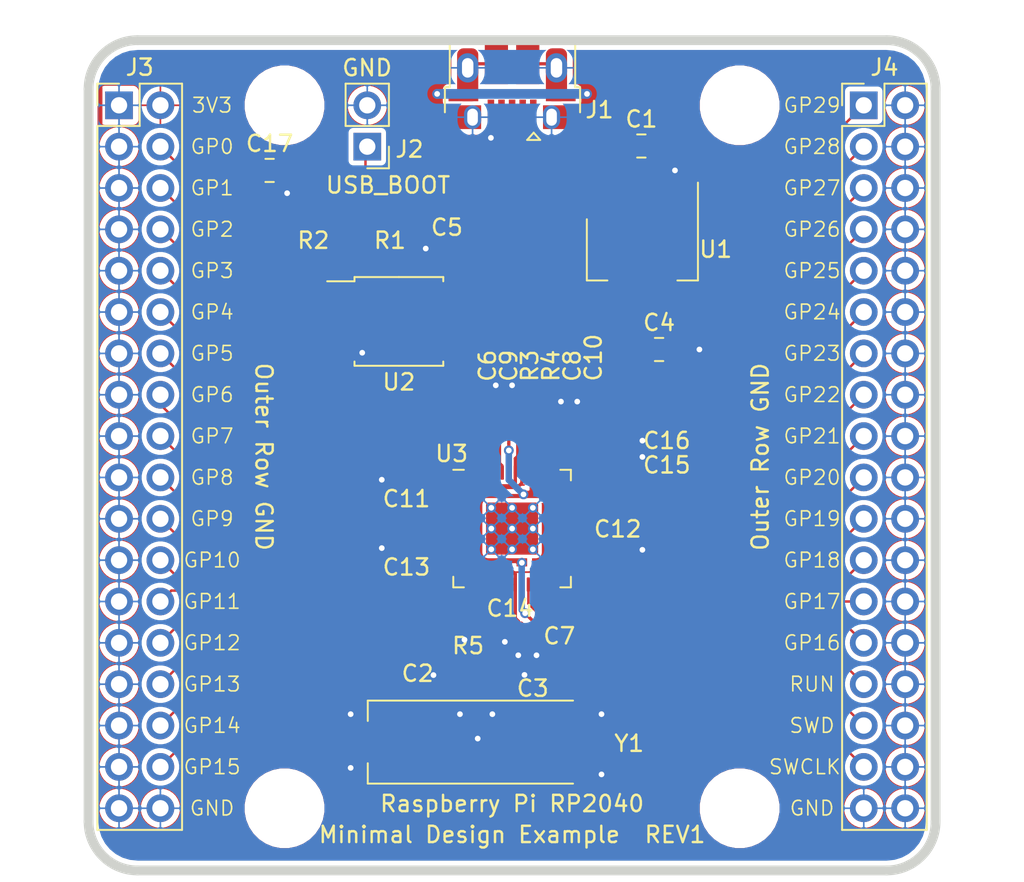
<source format=kicad_pcb>
(kicad_pcb (version 20221018) (generator pcbnew)
  (title_block (title "RP2040 Minimal Design Example") (date "2020-07-13") (rev "REV1") (company "Raspberry Pi (Trading) Ltd"))
  (layers (0 "F.Cu" signal) (31 "B.Cu" signal) (34 "B.Paste" user) (35 "F.Paste" user) (36 "B.SilkS" user "B.Silkscreen") (37 "F.SilkS" user "F.Silkscreen") (38 "B.Mask" user) (39 "F.Mask" user) (44 "Edge.Cuts" user))
  (net 0 "")
  (net 1 "GND")
  (net 2 "VBUS")
  (net 3 "/XIN")
  (net 4 "/XOUT")
  (net 5 "+3V3")
  (net 6 "+1V1")
  (net 7 "Net-(J1-Pad4)")
  (net 8 "/~{USB_BOOT}")
  (net 9 "/GPIO15")
  (net 10 "/GPIO14")
  (net 11 "/GPIO13")
  (net 12 "/GPIO12")
  (net 13 "/GPIO11")
  (net 14 "/GPIO10")
  (net 15 "/GPIO9")
  (net 16 "/GPIO8")
  (net 17 "/GPIO7")
  (net 18 "/GPIO6")
  (net 19 "/GPIO5")
  (net 20 "/GPIO4")
  (net 21 "/GPIO3")
  (net 22 "/GPIO2")
  (net 23 "/GPIO1")
  (net 24 "/GPIO0")
  (net 25 "/GPIO29_ADC3")
  (net 26 "/GPIO28_ADC2")
  (net 27 "/GPIO27_ADC1")
  (net 28 "/GPIO26_ADC0")
  (net 29 "/GPIO25")
  (net 30 "/GPIO24")
  (net 31 "/GPIO23")
  (net 32 "/GPIO22")
  (net 33 "/GPIO21")
  (net 34 "/GPIO20")
  (net 35 "/GPIO19")
  (net 36 "/GPIO18")
  (net 37 "/GPIO17")
  (net 38 "/GPIO16")
  (net 39 "/RUN")
  (net 40 "/SWD")
  (net 41 "/SWCLK")
  (net 42 "/QSPI_SS")
  (net 43 "Net-(R3-Pad2)")
  (net 44 "Net-(R4-Pad2)")
  (net 45 "/QSPI_SD3")
  (net 46 "/QSPI_SCLK")
  (net 47 "/QSPI_SD0")
  (net 48 "/QSPI_SD2")
  (net 49 "/QSPI_SD1")
  (net 50 "/USB_D+")
  (net 51 "/USB_D-")
  (net 52 "Net-(C3-Pad1)")
  (footprint "Capacitor_SMD:C_0805_2012Metric" (layer "F.Cu") (at 109.025 89)
    (fp_text reference "C4")
    (fp_text value "10u")
  )
  (footprint "RP2040_minimal:USB_Micro-B_Amphenol_10103594-0001LF_Horizontal_modified" (layer "F.Cu") (at 100 71.7 180)
    (fp_text reference "J1")
    (fp_text value "USB_B_Micro")
  )
  (footprint "Connector_PinHeader_2.54mm:PinHeader_1x02_P2.54mm_Vertical" (layer "F.Cu") (at 91.11 76.54 180)
    (fp_text reference "J2")
    (fp_text value "Conn_01x02")
  )
  (footprint "Connector_PinHeader_2.54mm:PinHeader_2x18_P2.54mm_Vertical" (layer "F.Cu") (at 75.87 74)
    (fp_text reference "J3")
    (fp_text value "Conn_02x18_Odd_Even")
  )
  (footprint "Capacitor_SMD:C_0402_1005Metric" (layer "F.Cu") (at 104 93.515 90)
    (fp_text reference "C10")
    (fp_text value "1u")
  )
  (footprint "Capacitor_SMD:C_0402_1005Metric" (layer "F.Cu") (at 103 93.515 90)
    (fp_text reference "C8")
    (fp_text value "1u")
  )
  (footprint "Capacitor_SMD:C_0402_1005Metric" (layer "F.Cu") (at 93.515 101.2 180)
    (fp_text reference "C13")
    (fp_text value "100n")
  )
  (footprint "Capacitor_SMD:C_0402_1005Metric" (layer "F.Cu") (at 96.185 82.83 180)
    (fp_text reference "C5")
    (fp_text value "100n")
  )
  (footprint "Capacitor_SMD:C_0402_1005Metric" (layer "F.Cu") (at 89.5 82.315 -90)
    (fp_text reference "R2")
    (fp_text value "DNF")
  )
  (footprint "Connector_PinHeader_2.54mm:PinHeader_2x18_P2.54mm_Vertical" (layer "F.Cu") (at 121.59 74)
    (fp_text reference "J4")
    (fp_text value "Conn_02x18_Odd_Even")
  )
  (footprint "Package_TO_SOT_SMD:SOT-223-3_TabPin2" (layer "F.Cu") (at 108 82.85 -90)
    (fp_text reference "U1")
    (fp_text value "NCP1117-3.3_SOT223")
  )
  (footprint "Package_SO:SOIC-8_5.23x5.23mm_P1.27mm" (layer "F.Cu") (at 93.05 87.275)
    (fp_text reference "U2")
    (fp_text value "W25Q128JVS")
  )
  (footprint "Capacitor_SMD:C_0402_1005Metric" (layer "F.Cu") (at 99.485 109)
    (fp_text reference "C3")
    (fp_text value "27p")
  )
  (footprint "Capacitor_SMD:C_0402_1005Metric" (layer "F.Cu") (at 91 82.315 90)
    (fp_text reference "R1")
    (fp_text value "1k")
  )
  (footprint "Capacitor_SMD:C_0402_1005Metric" (layer "F.Cu") (at 100 92.515 90)
    (fp_text reference "C9")
    (fp_text value "100n")
  )
  (footprint "Capacitor_SMD:C_0402_1005Metric" (layer "F.Cu") (at 106.485 101.2)
    (fp_text reference "C12")
    (fp_text value "100n")
  )
  (footprint "Capacitor_SMD:C_0402_1005Metric" (layer "F.Cu") (at 100.381 106.485 -90)
    (fp_text reference "C14")
    (fp_text value "100n")
  )
  (footprint "Capacitor_SMD:C_0402_1005Metric" (layer "F.Cu") (at 101 93.515 -90)
    (fp_text reference "R3")
    (fp_text value "27")
  )
  (footprint "Capacitor_SMD:C_0402_1005Metric" (layer "F.Cu") (at 101.5 106.485 -90)
    (fp_text reference "C7")
    (fp_text value "100n")
  )
  (footprint "Capacitor_SMD:C_0805_2012Metric" (layer "F.Cu") (at 107.9375 76.5)
    (fp_text reference "C1")
    (fp_text value "10u")
  )
  (footprint "Capacitor_SMD:C_0402_1005Metric" (layer "F.Cu") (at 93.515 97 180)
    (fp_text reference "C11")
    (fp_text value "100n")
  )
  (footprint "Capacitor_SMD:C_0402_1005Metric" (layer "F.Cu") (at 106.485 94.6)
    (fp_text reference "C16")
    (fp_text value "100n")
  )
  (footprint "RP2040_minimal:RP2040-QFN-56" (layer "F.Cu") (at 100 100)
    (fp_text reference "U3")
    (fp_text value "RP2040")
  )
  (footprint "Capacitor_SMD:C_0402_1005Metric" (layer "F.Cu") (at 96.515 109 180)
    (fp_text reference "C2")
    (fp_text value "27p")
  )
  (footprint "MountingHole:MountingHole_2.7mm_M2.5" (layer "F.Cu") (at 113.97 74)
    (fp_text reference "H2" hide)
    (fp_text value "MountingHole")
  )
  (footprint "Capacitor_SMD:C_0402_1005Metric" (layer "F.Cu") (at 102 93.515 -90)
    (fp_text reference "R4")
    (fp_text value "27")
  )
  (footprint "MountingHole:MountingHole_2.7mm_M2.5" (layer "F.Cu") (at 113.97 117.18)
    (fp_text reference "H3" hide)
    (fp_text value "MountingHole")
  )
  (footprint "Capacitor_SMD:C_0402_1005Metric" (layer "F.Cu") (at 99 92.515 90)
    (fp_text reference "C6")
    (fp_text value "100n")
  )
  (footprint "Capacitor_SMD:C_0402_1005Metric" (layer "F.Cu") (at 106.485 96)
    (fp_text reference "C15")
    (fp_text value "100n")
  )
  (footprint "Capacitor_SMD:C_0402_1005Metric" (layer "F.Cu") (at 98.7 107.115 -90)
    (fp_text reference "R5")
    (fp_text value "1k")
  )
  (footprint "MountingHole:MountingHole_2.7mm_M2.5" (layer "F.Cu") (at 86.03 74)
    (fp_text reference "H1" hide)
    (fp_text value "MountingHole")
  )
  (footprint "MountingHole:MountingHole_2.7mm_M2.5" (layer "F.Cu") (at 86.03 117.18)
    (fp_text reference "H4" hide)
    (fp_text value "MountingHole")
  )
  (footprint "RP2040_minimal:Crystal_SMD_HC49-US" (layer "F.Cu") (at 97.841 113.116)
    (fp_text reference "Y1")
    (fp_text value "ABLS-12.000MHZ-B4-T")
  )
  (footprint "Capacitor_SMD:C_0805_2012Metric" (layer "F.Cu") (at 85.115 78)
    (fp_text reference "C17")
    (fp_text value "10u")
  )
  (gr_line (start 123 121) (end 77 121) (stroke (width 0.6)) (layer "Edge.Cuts"))
  (gr_line (start 126 73) (end 126 118) (stroke (width 0.6)) (layer "Edge.Cuts"))
  (gr_line (start 77 70) (end 123 70) (stroke (width 0.6)) (layer "Edge.Cuts"))
  (gr_line (start 74 118) (end 74 73) (stroke (width 0.6)) (layer "Edge.Cuts"))
  (gr_arc (start 123 70) (mid 125.12132 70.87868) (end 126 73) (stroke (width 0.6)) (layer "Edge.Cuts"))
  (gr_arc (start 74 73) (mid 74.87868 70.87868) (end 77 70) (stroke (width 0.6)) (layer "Edge.Cuts"))
  (gr_arc (start 126 118) (mid 125.12132 120.12132) (end 123 121) (stroke (width 0.6)) (layer "Edge.Cuts"))
  (gr_arc (start 77 121) (mid 74.87868 120.12132) (end 74 118) (stroke (width 0.6)) (layer "Edge.Cuts"))
  (gr_text "GP1" (at 81.585 79.08) (layer "F.SilkS") (effects (font (size 0.9 0.9) (thickness 0.1))))
  (gr_text "GP2" (at 81.585 81.62) (layer "F.SilkS") (effects (font (size 0.9 0.9) (thickness 0.1))))
  (gr_text "GP3" (at 81.585 84.16) (layer "F.SilkS") (effects (font (size 0.9 0.9) (thickness 0.1))))
  (gr_text "GP4" (at 81.585 86.7) (layer "F.SilkS") (effects (font (size 0.9 0.9) (thickness 0.1))))
  (gr_text "GP5" (at 81.585 89.24) (layer "F.SilkS") (effects (font (size 0.9 0.9) (thickness 0.1))))
  (gr_text "GP6" (at 81.585 91.78) (layer "F.SilkS") (effects (font (size 0.9 0.9) (thickness 0.1))))
  (gr_text "GP7" (at 81.585 94.32) (layer "F.SilkS") (effects (font (size 0.9 0.9) (thickness 0.1))))
  (gr_text "GP8" (at 81.585 96.86) (layer "F.SilkS") (effects (font (size 0.9 0.9) (thickness 0.1))))
  (gr_text "GP9" (at 81.585 99.4) (layer "F.SilkS") (effects (font (size 0.9 0.9) (thickness 0.1))))
  (gr_text "GP11" (at 81.585 104.48) (layer "F.SilkS") (effects (font (size 0.9 0.9) (thickness 0.1))))
  (gr_text "GP10" (at 81.585 101.94) (layer "F.SilkS") (effects (font (size 0.9 0.9) (thickness 0.1))))
  (gr_text "GP12" (at 81.585 107.02) (layer "F.SilkS") (effects (font (size 0.9 0.9) (thickness 0.1))))
  (gr_text "GP13" (at 81.585 109.56) (layer "F.SilkS") (effects (font (size 0.9 0.9) (thickness 0.1))))
  (gr_text "GP15" (at 81.585 114.64) (layer "F.SilkS") (effects (font (size 0.9 0.9) (thickness 0.1))))
  (gr_text "GP14" (at 81.585 112.1) (layer "F.SilkS") (effects (font (size 0.9 0.9) (thickness 0.1))))
  (gr_text "GP28" (at 118.415 76.54) (layer "F.SilkS") (effects (font (size 0.9 0.9) (thickness 0.1))))
  (gr_text "GP27" (at 118.415 79.08) (layer "F.SilkS") (effects (font (size 0.9 0.9) (thickness 0.1))))
  (gr_text "GP26" (at 118.415 81.62) (layer "F.SilkS") (effects (font (size 0.9 0.9) (thickness 0.1))))
  (gr_text "GP25" (at 118.415 84.16) (layer "F.SilkS") (effects (font (size 0.9 0.9) (thickness 0.1))))
  (gr_text "GP24" (at 118.415 86.7) (layer "F.SilkS") (effects (font (size 0.9 0.9) (thickness 0.1))))
  (gr_text "GP23" (at 118.415 89.24) (layer "F.SilkS") (effects (font (size 0.9 0.9) (thickness 0.1))))
  (gr_text "GP21" (at 118.415 94.32) (layer "F.SilkS") (effects (font (size 0.9 0.9) (thickness 0.1))))
  (gr_text "GP20" (at 118.415 96.86) (layer "F.SilkS") (effects (font (size 0.9 0.9) (thickness 0.1))))
  (gr_text "GP19" (at 118.415 99.4) (layer "F.SilkS") (effects (font (size 0.9 0.9) (thickness 0.1))))
  (gr_text "GP17" (at 118.415 104.48) (layer "F.SilkS") (effects (font (size 0.9 0.9) (thickness 0.1))))
  (gr_text "GP22" (at 118.415 91.78) (layer "F.SilkS") (effects (font (size 0.9 0.9) (thickness 0.1))))
  (gr_text "GP18" (at 118.415 101.94) (layer "F.SilkS") (effects (font (size 0.9 0.9) (thickness 0.1))))
  (gr_text "SWCLK" (at 117.9705 114.64) (layer "F.SilkS") (effects (font (size 0.9 0.9) (thickness 0.1))))
  (gr_text "SWD" (at 118.415 112.1) (layer "F.SilkS") (effects (font (size 0.9 0.9) (thickness 0.1))))
  (gr_text "GP16" (at 118.415 107.02) (layer "F.SilkS") (effects (font (size 0.9 0.9) (thickness 0.1))))
  (gr_text "RUN" (at 118.415 109.56) (layer "F.SilkS") (effects (font (size 0.9 0.9) (thickness 0.1))))
  (gr_text "GND" (at 81.585 117.18) (layer "F.SilkS") (effects (font (size 0.9 0.9) (thickness 0.1))))
  (gr_text "GND" (at 118.415 117.18) (layer "F.SilkS") (effects (font (size 0.9 0.9) (thickness 0.1))))
  (gr_text "GP29" (at 118.415 74) (layer "F.SilkS") (effects (font (size 0.9 0.9) (thickness 0.1))))
  (gr_text "Outer Row GND" (at 84.76 95.59 270) (layer "F.SilkS") (effects (font (size 1 1))))
  (gr_text "Outer Row GND" (at 115.24 95.59 90) (layer "F.SilkS") (effects (font (size 1 1))))
  (gr_text "Raspberry Pi RP2040" (at 100 116.9) (layer "F.SilkS") (effects (font (size 1 1))))
  (gr_text "\nUSB_BOOT" (at 92.38 78.1) (layer "F.SilkS") (effects (font (size 1 1))))
  (gr_text "GND" (at 91.1 71.7) (layer "F.SilkS") (effects (font (size 1 1))))
  (gr_text "3V3" (at 81.585 74) (layer "F.SilkS") (effects (font (size 0.9 0.9) (thickness 0.1))))
  (gr_text "GP0" (at 81.585 76.54) (layer "F.SilkS") (effects (font (size 0.9 0.9) (thickness 0.1))))
  (gr_text "Minimal Design Example  REV1" (at 100 118.8) (layer "F.SilkS") (effects (font (size 1 1))))
  (segment (start 93.03 101.2) (end 92 101.2) (width 0.2) (layer "F.Cu") (net 1))
  (segment (start 99 113.35) (end 99 114.4) (width 0.2) (layer "F.Cu") (net 1))
  (segment (start 102.46 71.45) (end 102.73 71.72) (width 0.2) (layer "F.Cu") (net 1))
  (segment (start 106.97 101.2) (end 107.075 101.305) (width 0.2) (layer "F.Cu") (net 1))
  (segment (start 86.19 79) (end 86.19 79.1) (width 0.15) (layer "F.Cu") (net 1))
  (segment (start 110.3 78.3) (end 110 78) (width 0.2) (layer "F.Cu") (net 1))
  (segment (start 108.875 76.5) (end 108.875 76.875) (width 0.2) (layer "F.Cu") (net 1))
  (segment (start 104 93.03) (end 104 92.2) (width 0.2) (layer "F.Cu") (net 1))
  (segment (start 86.14 78.95) (end 86.19 79) (width 0.15) (layer "F.Cu") (net 1))
  (segment (start 101.5 106.97) (end 101.5 107.782004) (width 0.2) (layer "F.Cu") (net 1))
  (segment (start 108.875 76.875) (end 110 78) (width 0.2) (layer "F.Cu") (net 1))
  (segment (start 107.6 96) (end 108 95.6) (width 0.15) (layer "F.Cu") (net 1))
  (segment (start 99 92.03) (end 99 91.200008) (width 0.2) (layer "F.Cu") (net 1))
  (segment (start 95.7 82.83) (end 95.405 82.83) (width 0.2) (layer "F.Cu") (net 1))
  (segment (start 99.97 108.68) (end 99.5555 108.2655) (width 0.15) (layer "F.Cu") (net 1))
  (segment (start 98.7 74.6) (end 98.7 76) (width 0.2) (layer "F.Cu") (net 1))
  (segment (start 95.375 82.8) (end 94.7 82.8) (width 0.2) (layer "F.Cu") (net 1))
  (segment (start 99.97 109) (end 99.97 108.68) (width 0.15) (layer "F.Cu") (net 1))
  (segment (start 96.03 109) (end 95.174 109) (width 0.2) (layer "F.Cu") (net 1))
  (segment (start 93.03 97) (end 92 97) (width 0.2) (layer "F.Cu") (net 1))
  (segment (start 100.7505 109) (end 100.762 108.9885) (width 0.15) (layer "F.Cu") (net 1))
  (segment (start 96.8 111.65) (end 96.8 110.599974) (width 0.2) (layer "F.Cu") (net 1))
  (segment (start 90.78 89.18) (end 90.8 89.2) (width 0.2) (layer "F.Cu") (net 1))
  (segment (start 110.05 89) (end 111.5 89) (width 0.2) (layer "F.Cu") (net 1))
  (segment (start 97.079 106.5755) (end 97.079 106.8295) (width 0.15) (layer "F.Cu") (net 1))
  (segment (start 95.405 82.83) (end 95.375 82.8) (width 0.2) (layer "F.Cu") (net 1))
  (segment (start 100 92.03) (end 100 91.2) (width 0.2) (layer "F.Cu") (net 1))
  (segment (start 99 104.6545) (end 97.079 106.5755) (width 0.15) (layer "F.Cu") (net 1))
  (segment (start 86.14 78) (end 86.14 79.25) (width 0.15) (layer "F.Cu") (net 1))
  (segment (start 110.3 79.7) (end 110.3 78.3) (width 0.2) (layer "F.Cu") (net 1))
  (segment (start 100.96 71.45) (end 102.46 71.45) (width 0.2) (layer "F.Cu") (net 1))
  (segment (start 106.97 96) (end 107.6 96) (width 0.15) (layer "F.Cu") (net 1))
  (segment (start 100.381 106.97) (end 100.381 107.781984) (width 0.2) (layer "F.Cu") (net 1))
  (segment (start 99.04 71.45) (end 97.54 71.45) (width 0.2) (layer "F.Cu") (net 1))
  (segment (start 89.45 89.18) (end 90.78 89.18) (width 0.2) (layer "F.Cu") (net 1))
  (segment (start 100.381 107.781984) (end 100.380994 107.78199) (width 0.2) (layer "F.Cu") (net 1))
  (segment (start 99 103.4375) (end 99 104.6545) (width 0.15) (layer "F.Cu") (net 1))
  (segment (start 107.075 101.305) (end 108 101.305) (width 0.2) (layer "F.Cu") (net 1))
  (segment (start 103 93.03) (end 103 92.2) (width 0.2) (layer "F.Cu") (net 1))
  (segment (start 99.97 109) (end 100.7505 109) (width 0.15) (layer "F.Cu") (net 1))
  (segment (start 99.5555 108.2655) (end 99.5555 108.0995) (width 0.15) (layer "F.Cu") (net 1))
  (segment (start 97.54 71.45) (end 97.27 71.72) (width 0.2) (layer "F.Cu") (net 1))
  (segment (start 106.97 94.6) (end 108 94.6) (width 0.2) (layer "F.Cu") (net 1))
  (via (at 99.5555 106.9565) (size 0.6) (drill 0.35) (layers "F.Cu" "B.Cu") (net 1))
  (via (at 97.89 112.9) (size 0.6) (drill 0.35) (layers "F.Cu" "B.Cu") (net 1))
  (via (at 98.79 111.4) (size 0.6) (drill 0.35) (layers "F.Cu" "B.Cu") (net 1))
  (via (at 90.09 114.7) (size 0.6) (drill 0.35) (layers "F.Cu" "B.Cu") (net 1))
  (via (at 90.09 111.4) (size 0.6) (drill 0.35) (layers "F.Cu" "B.Cu") (net 1))
  (via (at 105.49 111.4) (size 0.6) (drill 0.35) (layers "F.Cu" "B.Cu") (net 1))
  (via (at 108 95.6) (size 0.6) (drill 0.35) (layers "F.Cu" "B.Cu") (net 1))
  (via (at 95.174 109) (size 0.6) (drill 0.35) (layers "F.Cu" "B.Cu") (net 1))
  (via (at 110 78) (size 0.6) (drill 0.35) (layers "F.Cu" "B.Cu") (net 1))
  (via (at 108 94.6) (size 0.6) (drill 0.35) (layers "F.Cu" "B.Cu") (net 1))
  (via (at 92 101.2) (size 0.6) (drill 0.35) (layers "F.Cu" "B.Cu") (net 1))
  (via (at 105.49 115.1) (size 0.6) (drill 0.35) (layers "F.Cu" "B.Cu") (net 1))
  (via (at 86.19 79.4) (size 0.6) (drill 0.35) (layers "F.Cu" "B.Cu") (net 1))
  (via (at 94.7 82.8) (size 0.6) (drill 0.35) (layers "F.Cu" "B.Cu") (net 1))
  (via (at 98.7 76) (size 0.6) (drill 0.35) (layers "F.Cu" "B.Cu") (net 1))
  (via (at 97.079 106.8295) (size 0.6) (drill 0.35) (layers "F.Cu" "B.Cu") (net 1))
  (via (at 103 92.2) (size 0.6) (drill 0.35) (layers "F.Cu" "B.Cu") (net 1))
  (via (at 96.8 111.4) (size 0.6) (drill 0.35) (layers "F.Cu" "B.Cu") (net 1))
  (via (at 92 97) (size 0.6) (drill 0.35) (layers "F.Cu" "B.Cu") (net 1))
  (via (at 100 91.2) (size 0.6) (drill 0.35) (layers "F.Cu" "B.Cu") (net 1))
  (via (at 90.8 89.2) (size 0.6) (drill 0.35) (layers "F.Cu" "B.Cu") (net 1))
  (via (at 100.762 108.9885) (size 0.6) (drill 0.35) (layers "F.Cu" "B.Cu") (net 1))
  (via (at 111.5 89) (size 0.6) (drill 0.35) (layers "F.Cu" "B.Cu") (net 1))
  (via (at 100.380994 107.78199) (size 0.6) (drill 0.35) (layers "F.Cu" "B.Cu") (net 1))
  (via (at 104 92.2) (size 0.6) (drill 0.35) (layers "F.Cu" "B.Cu") (net 1))
  (via (at 99 91.200008) (size 0.6) (drill 0.35) (layers "F.Cu" "B.Cu") (net 1))
  (via (at 101.5 107.782004) (size 0.6) (drill 0.35) (layers "F.Cu" "B.Cu") (net 1))
  (via (at 108 101.305) (size 0.6) (drill 0.35) (layers "F.Cu" "B.Cu") (net 1))
  (segment (start 103.299999 92.499999) (end 103 92.2) (width 0.2) (layer "B.Cu") (net 1))
  (segment (start 103.8 93) (end 103.299999 92.499999) (width 0.2) (layer "B.Cu") (net 1))
  (segment (start 104 93) (end 103.8 93) (width 0.2) (layer "B.Cu") (net 1))
  (segment (start 101.3 75.5) (end 102.1 76.3) (width 0.4) (layer "F.Cu") (net 2))
  (segment (start 101.3 74.525) (end 101.3 75.5) (width 0.4) (layer "F.Cu") (net 2))
  (segment (start 97.6505 111.7825) (end 96.317 113.116) (width 0.15) (layer "F.Cu") (net 3))
  (segment (start 97.6505 109.6505) (end 97.6505 111.7825) (width 0.15) (layer "F.Cu") (net 3))
  (segment (start 97.8 106.537861) (end 97.8 108.2) (width 0.15) (layer "F.Cu") (net 3))
  (segment (start 99.4 103.4375) (end 99.4 104.937861) (width 0.15) (layer "F.Cu") (net 3))
  (segment (start 99.4 104.937861) (end 97.8 106.537861) (width 0.15) (layer "F.Cu") (net 3))
  (segment (start 97 109) (end 97.6505 109.6505) (width 0.15) (layer "F.Cu") (net 3))
  (segment (start 97.8 108.2) (end 97 109) (width 0.15) (layer "F.Cu") (net 3))
  (segment (start 96.317 113.116) (end 93.341 113.116) (width 0.15) (layer "F.Cu") (net 3))
  (segment (start 98.7 106.2) (end 98.7 106.63) (width 0.15) (layer "F.Cu") (net 4))
  (segment (start 99.8 103.4375) (end 99.8 105.1) (width 0.15) (layer "F.Cu") (net 4))
  (segment (start 99.8 105.1) (end 98.7 106.2) (width 0.15) (layer "F.Cu") (net 4))
  (segment (start 102.2 96.5625) (end 102.2 96.1) (width 0.2) (layer "F.Cu") (net 5))
  (segment (start 103.4375 101) (end 105.8 101) (width 0.2) (layer "F.Cu") (net 5))
  (segment (start 100.381 106) (end 100.701 106) (width 0.15) (layer "F.Cu") (net 5))
  (segment (start 103.4375 101) (end 102.6 101) (width 0.2) (layer "F.Cu") (net 5))
  (segment (start 102.6 96.5625) (end 102.6 97.4) (width 0.2) (layer "F.Cu") (net 5))
  (segment (start 100 93) (end 100 93.762534) (width 0.2) (layer "F.Cu") (net 5))
  (segment (start 100.2 97.4) (end 100.2 97) (width 0.2) (layer "F.Cu") (net 5))
  (segment (start 100.6 97.2) (end 100.4 97.4) (width 0.2) (layer "F.Cu") (net 5))
  (segment (start 96.5625 97.4) (end 95.7 97.4) (width 0.2) (layer "F.Cu") (net 5))
  (segment (start 100.6 95.799998) (end 100.350001 95.549999) (width 0.2) (layer "F.Cu") (net 5))
  (segment (start 100.381 105.6865) (end 100.381 106) (width 0.2) (layer "F.Cu") (net 5))
  (segment (start 101.096505 108.307005) (end 102.141995 108.307005) (width 0.15) (layer "F.Cu") (net 5))
  (segment (start 100.350001 95.549999) (end 100.2 95.7) (width 0.2) (layer "F.Cu") (net 5))
  (segment (start 96.65 82.85) (end 96.67 82.83) (width 0.2) (layer "F.Cu") (net 5))
  (segment (start 102.2 96.5625) (end 102.2 97.2) (width 0.2) (layer "F.Cu") (net 5))
  (segment (start 94.2 101) (end 94 101.2) (width 0.2) (layer "F.Cu") (net 5))
  (segment (start 100.2 96.5625) (end 100.2 97.4) (width 0.2) (layer "F.Cu") (net 5))
  (segment (start 100.701 106) (end 100.9525 106.2515) (width 0.15) (layer "F.Cu") (net 5))
  (segment (start 100.6 96.5625) (end 100.6 95.799998) (width 0.2) (layer "F.Cu") (net 5))
  (segment (start 100.2 102.8) (end 100 102.6) (width 0.2) (layer "F.Cu") (net 5))
  (segment (start 100.9525 106.2515) (end 100.9525 108.163) (width 0.15) (layer "F.Cu") (net 5))
  (segment (start 74.7 72.9) (end 74.7 75.2) (width 0.3) (layer "F.Cu") (net 5))
  (segment (start 100 93.762534) (end 100.350001 94.112535) (width 0.2) (layer "F.Cu") (net 5))
  (segment (start 103.4375 97.4) (end 102.6 97.4) (width 0.2) (layer "F.Cu") (net 5))
  (segment (start 96.5625 101) (end 97.4 101) (width 0.2) (layer "F.Cu") (net 5))
  (segment (start 108 86) (end 108 89) (width 0.2) (layer "F.Cu") (net 5))
  (segment (start 100.6 96.5625) (end 100.6 97.2) (width 0.2) (layer "F.Cu") (net 5))
  (segment (start 96.65 85.37) (end 96.65 82.85) (width 0.2) (layer "F.Cu") (net 5))
  (segment (start 100.2 103.4375) (end 100.2 102.8) (width 0.2) (layer "F.Cu") (net 5))
  (segment (start 100.2 95.7) (end 100.2 96.5625) (width 0.2) (layer "F.Cu") (net 5))
  (segment (start 105.8 101) (end 106 101.2) (width 0.2) (layer "F.Cu") (net 5))
  (segment (start 102.2 96.1) (end 103.6 94.7) (width 0.2) (layer "F.Cu") (net 5))
  (segment (start 100.9525 108.163) (end 101.096505 108.307005) (width 0.15) (layer "F.Cu") (net 5))
  (segment (start 100.2 103.4375) (end 100.2 105.5055) (width 0.2) (layer "F.Cu") (net 5))
  (segment (start 96.5625 97.4) (end 97.4 97.4) (width 0.2) (layer "F.Cu") (net 5))
  (segment (start 100.350001 94.112535) (end 100.350001 95.549999) (width 0.2) (layer "F.Cu") (net 5))
  (segment (start 96.5625 101) (end 94.2 101) (width 0.2) (layer "F.Cu") (net 5))
  (segment (start 102.2 97.2) (end 102.4 97.4) (width 0.2) (layer "F.Cu") (net 5))
  (segment (start 100.2 105.5055) (end 100.381 105.6865) (width 0.2) (layer "F.Cu") (net 5))
  (via (at 104.6 73.3) (size 0.6) (drill 0.35) (layers "F.Cu" "B.Cu") (net 5))
  (via (at 95.4 73.3) (size 0.6) (drill 0.35) (layers "F.Cu" "B.Cu") (net 5))
  (segment (start 104.6 73.3) (end 95.4 73.3) (width 0.6) (layer "B.Cu") (net 5))
  (segment (start 99.8 96.5625) (end 99.8 95.199994) (width 0.2) (layer "F.Cu") (net 6))
  (segment (start 99.8 94.095) (end 99.8 94.77573) (width 0.2) (layer "F.Cu") (net 6))
  (segment (start 101.8 96.5625) (end 101.8 97.4) (width 0.2) (layer "F.Cu") (net 6))
  (segment (start 100.6 103.4375) (end 100.6 105) (width 0.2) (layer "F.Cu") (net 6))
  (segment (start 101.5 106) (end 101.5 105.9) (width 0.2) (layer "F.Cu") (net 6))
  (segment (start 101.8 96.5625) (end 101.8 95.8) (width 0.2) (layer "F.Cu") (net 6))
  (segment (start 100.5 97.9) (end 100.7 97.9) (width 0.15) (layer "F.Cu") (net 6))
  (segment (start 101.5 105.9) (end 100.8 105.2) (width 0.2) (layer "F.Cu") (net 6))
  (segment (start 100.6 105) (end 100.8 105.2) (width 0.2) (layer "F.Cu") (net 6))
  (segment (start 100.4 98) (end 100.5 97.9) (width 0.15) (layer "F.Cu") (net 6))
  (segment (start 103 94.6) (end 103 94) (width 0.2) (layer "F.Cu") (net 6))
  (segment (start 99.8 94.77573) (end 99.8 95.199994) (width 0.2) (layer "F.Cu") (net 6))
  (segment (start 101.8 95.8) (end 103 94.6) (width 0.2) (layer "F.Cu") (net 6))
  (segment (start 99 93) (end 99 93.295) (width 0.2) (layer "F.Cu") (net 6))
  (segment (start 99 93.295) (end 99.8 94.095) (width 0.2) (layer "F.Cu") (net 6))
  (via (at 99.8 95.199994) (size 0.6) (drill 0.35) (layers "F.Cu" "B.Cu") (net 6))
  (via (at 100.7 97.9) (size 0.6) (drill 0.35) (layers "F.Cu" "B.Cu") (net 6))
  (via (at 100.8 105.2) (size 0.6) (drill 0.35) (layers "F.Cu" "B.Cu") (net 6))
  (via (at 100.59997 102.1) (size 0.6) (drill 0.35) (layers "F.Cu" "B.Cu") (net 6))
  (segment (start 100.59 102.10997) (end 100.59997 102.1) (width 0.4) (layer "B.Cu") (net 6))
  (segment (start 100.59 104.99) (end 100.59 102.10997) (width 0.4) (layer "B.Cu") (net 6))
  (segment (start 100.69 97.9) (end 100.7 97.9) (width 0.4) (layer "B.Cu") (net 6))
  (segment (start 100.8 105.2) (end 100.59 104.99) (width 0.4) (layer "B.Cu") (net 6))
  (segment (start 99.8 95.199994) (end 99.8 97.01) (width 0.4) (layer "B.Cu") (net 6))
  (segment (start 99.8 97.01) (end 100.69 97.9) (width 0.4) (layer "B.Cu") (net 6))
  (segment (start 91 81.83) (end 91 76.65) (width 0.15) (layer "F.Cu") (net 8))
  (segment (start 91 76.65) (end 91.11 76.54) (width 0.15) (layer "F.Cu") (net 8))
  (segment (start 96.687861 106.35) (end 86.7 106.35) (width 0.15) (layer "F.Cu") (net 9))
  (segment (start 98.6 104.437861) (end 96.687861 106.35) (width 0.15) (layer "F.Cu") (net 9))
  (segment (start 86.7 106.35) (end 78.41 114.64) (width 0.15) (layer "F.Cu") (net 9))
  (segment (start 98.6 103.4375) (end 98.6 104.437861) (width 0.15) (layer "F.Cu") (net 9))
  (segment (start 98.2 103.4375) (end 98.2 104.19) (width 0.15) (layer "F.Cu") (net 10))
  (segment (start 98.2 104.19) (end 96.675 105.715) (width 0.15) (layer "F.Cu") (net 10))
  (segment (start 84.795 105.715) (end 78.41 112.1) (width 0.15) (layer "F.Cu") (net 10))
  (segment (start 96.675 105.715) (end 84.795 105.715) (width 0.15) (layer "F.Cu") (net 10))
  (segment (start 97.8 103.4375) (end 97.8 103.875) (width 0.15) (layer "F.Cu") (net 11))
  (segment (start 82.89 105.08) (end 78.41 109.56) (width 0.15) (layer "F.Cu") (net 11))
  (segment (start 96.595 105.08) (end 82.89 105.08) (width 0.15) (layer "F.Cu") (net 11))
  (segment (start 97.8 103.875) (end 96.595 105.08) (width 0.15) (layer "F.Cu") (net 11))
  (segment (start 97.3 103.5375) (end 97.0975 103.5375) (width 0.15) (layer "F.Cu") (net 12))
  (segment (start 96.19 104.445) (end 80.985 104.445) (width 0.15) (layer "F.Cu") (net 12))
  (segment (start 97.0975 103.5375) (end 96.19 104.445) (width 0.15) (layer "F.Cu") (net 12))
  (segment (start 80.985 104.445) (end 78.41 107.02) (width 0.15) (layer "F.Cu") (net 12))
  (segment (start 97.4 103.4375) (end 97.3 103.5375) (width 0.15) (layer "F.Cu") (net 12))
  (segment (start 96.13 102.6) (end 94.92 103.81) (width 0.15) (layer "F.Cu") (net 13))
  (segment (start 96.5625 102.6) (end 96.13 102.6) (width 0.15) (layer "F.Cu") (net 13))
  (segment (start 94.92 103.81) (end 79.08 103.81) (width 0.15) (layer "F.Cu") (net 13))
  (segment (start 79.08 103.81) (end 78.41 104.48) (width 0.15) (layer "F.Cu") (net 13))
  (segment (start 95.26 102.2) (end 94.285 103.175) (width 0.15) (layer "F.Cu") (net 14))
  (segment (start 79.645 103.175) (end 78.41 101.94) (width 0.15) (layer "F.Cu") (net 14))
  (segment (start 96.5625 102.2) (end 95.26 102.2) (width 0.15) (layer "F.Cu") (net 14))
  (segment (start 94.285 103.175) (end 79.645 103.175) (width 0.15) (layer "F.Cu") (net 14))
  (segment (start 95.025 101.8) (end 94.285 102.54) (width 0.15) (layer "F.Cu") (net 15))
  (segment (start 96.5625 101.8) (end 95.025 101.8) (width 0.15) (layer "F.Cu") (net 15))
  (segment (start 94.285 102.54) (end 81.55 102.54) (width 0.15) (layer "F.Cu") (net 15))
  (segment (start 81.55 102.54) (end 78.41 99.4) (width 0.15) (layer "F.Cu") (net 15))
  (segment (start 96.5625 101.4) (end 94.79 101.4) (width 0.15) (layer "F.Cu") (net 16))
  (segment (start 94.285 101.905) (end 83.455 101.905) (width 0.15) (layer "F.Cu") (net 16))
  (segment (start 94.79 101.4) (end 94.285 101.905) (width 0.15) (layer "F.Cu") (net 16))
  (segment (start 83.455 101.905) (end 78.41 96.86) (width 0.15) (layer "F.Cu") (net 16))
  (segment (start 96.5625 100.6) (end 84.69 100.6) (width 0.15) (layer "F.Cu") (net 17))
  (segment (start 84.69 100.6) (end 78.41 94.32) (width 0.15) (layer "F.Cu") (net 17))
  (segment (start 78.41 92.38) (end 78.41 91.78) (width 0.15) (layer "F.Cu") (net 18))
  (segment (start 96.5625 100.2) (end 86.23 100.2) (width 0.15) (layer "F.Cu") (net 18))
  (segment (start 86.23 100.2) (end 78.41 92.38) (width 0.15) (layer "F.Cu") (net 18))
  (segment (start 79.68 92.38) (end 79.68 90.51) (width 0.15) (layer "F.Cu") (net 19))
  (segment (start 87.1 99.8) (end 79.68 92.38) (width 0.15) (layer "F.Cu") (net 19))
  (segment (start 79.68 90.51) (end 78.41 89.24) (width 0.15) (layer "F.Cu") (net 19))
  (segment (start 96.5625 99.8) (end 87.1 99.8) (width 0.15) (layer "F.Cu") (net 19))
  (segment (start 96.5625 99.4) (end 87.97 99.4) (width 0.15) (layer "F.Cu") (net 20))
  (segment (start 80.95 92.38) (end 80.95 89.24) (width 0.15) (layer "F.Cu") (net 20))
  (segment (start 87.97 99.4) (end 80.95 92.38) (width 0.15) (layer "F.Cu") (net 20))
  (segment (start 80.95 89.24) (end 78.41 86.7) (width 0.15) (layer "F.Cu") (net 20))
  (segment (start 88.84 99) (end 82.22 92.38) (width 0.15) (layer "F.Cu") (net 21))
  (segment (start 82.22 87.9525) (end 78.4275 84.16) (width 0.15) (layer "F.Cu") (net 21))
  (segment (start 82.22 92.38) (end 82.22 87.9525) (width 0.15) (layer "F.Cu") (net 21))
  (segment (start 96.5625 99) (end 88.84 99) (width 0.15) (layer "F.Cu") (net 21))
  (segment (start 78.4275 84.16) (end 78.41 84.16) (width 0.15) (layer "F.Cu") (net 21))
  (segment (start 96.5625 98.6) (end 89.71 98.6) (width 0.15) (layer "F.Cu") (net 22))
  (segment (start 78.4275 81.62) (end 78.41 81.62) (width 0.15) (layer "F.Cu") (net 22))
  (segment (start 89.71 98.6) (end 83.49 92.38) (width 0.15) (layer "F.Cu") (net 22))
  (segment (start 83.49 92.38) (end 83.49 86.6825) (width 0.15) (layer "F.Cu") (net 22))
  (segment (start 83.49 86.6825) (end 78.4275 81.62) (width 0.15) (layer "F.Cu") (net 22))
  (segment (start 84.76 85.4125) (end 78.4275 79.08) (width 0.15) (layer "F.Cu") (net 23))
  (segment (start 96.5625 98.2) (end 90.58 98.2) (width 0.15) (layer "F.Cu") (net 23))
  (segment (start 78.4275 79.08) (end 78.41 79.08) (width 0.15) (layer "F.Cu") (net 23))
  (segment (start 90.58 98.2) (end 84.76 92.38) (width 0.15) (layer "F.Cu") (net 23))
  (segment (start 84.76 92.38) (end 84.76 85.4125) (width 0.15) (layer "F.Cu") (net 23))
  (segment (start 86.03 92.38) (end 86.03 84.16) (width 0.15) (layer "F.Cu") (net 24))
  (segment (start 91.45 97.8) (end 86.03 92.38) (width 0.15) (layer "F.Cu") (net 24))
  (segment (start 86.03 84.16) (end 78.41 76.54) (width 0.15) (layer "F.Cu") (net 24))
  (segment (start 96.5625 97.8) (end 91.45 97.8) (width 0.15) (layer "F.Cu") (net 24))
  (segment (start 112.065 92.38) (end 112.065 83.51625) (width 0.15) (layer "F.Cu") (net 25))
  (segment (start 112.065 83.51625) (end 121.58125 74) (width 0.15) (layer "F.Cu") (net 25))
  (segment (start 106.645 97.8) (end 112.065 92.38) (width 0.15) (layer "F.Cu") (net 25))
  (segment (start 103.4375 97.8) (end 106.645 97.8) (width 0.15) (layer "F.Cu") (net 25))
  (segment (start 121.58125 74) (end 121.59 74) (width 0.15) (layer "F.Cu") (net 25))
  (segment (start 107.515 98.2) (end 113.335 92.38) (width 0.15) (layer "F.Cu") (net 26))
  (segment (start 113.335 84.795) (end 120.93 77.2) (width 0.15) (layer "F.Cu") (net 26))
  (segment (start 113.335 92.38) (end 113.335 84.795) (width 0.15) (layer "F.Cu") (net 26))
  (segment (start 120.93 77.2) (end 121.59 76.54) (width 0.15) (layer "F.Cu") (net 26))
  (segment (start 103.4375 98.2) (end 107.515 98.2) (width 0.15) (layer "F.Cu") (net 26))
  (segment (start 103.4375 98.6) (end 108.385 98.6) (width 0.15) (layer "F.Cu") (net 27))
  (segment (start 114.605 92.38) (end 114.605 86.065) (width 0.15) (layer "F.Cu") (net 27))
  (segment (start 108.385 98.6) (end 114.605 92.38) (width 0.15) (layer "F.Cu") (net 27))
  (segment (start 120.92 79.75) (end 121.59 79.08) (width 0.15) (layer "F.Cu") (net 27))
  (segment (start 114.605 86.065) (end 120.92 79.75) (width 0.15) (layer "F.Cu") (net 27))
  (segment (start 109.2725 99) (end 115.875 92.3975) (width 0.15) (layer "F.Cu") (net 28))
  (segment (start 103.4375 99) (end 109.2725 99) (width 0.15) (layer "F.Cu") (net 28))
  (segment (start 120.92 82.29) (end 121.59 81.62) (width 0.15) (layer "F.Cu") (net 28))
  (segment (start 115.875 92.3975) (end 115.875 87.335) (width 0.15) (layer "F.Cu") (net 28))
  (segment (start 115.875 87.335) (end 120.92 82.29) (width 0.15) (layer "F.Cu") (net 28))
  (segment (start 110.125 99.4) (end 117.145 92.38) (width 0.15) (layer "F.Cu") (net 29))
  (segment (start 103.4375 99.4) (end 110.125 99.4) (width 0.15) (layer "F.Cu") (net 29))
  (segment (start 117.145 88.605) (end 120.92 84.83) (width 0.15) (layer "F.Cu") (net 29))
  (segment (start 120.92 84.83) (end 121.59 84.16) (width 0.15) (layer "F.Cu") (net 29))
  (segment (start 117.145 92.38) (end 117.145 88.605) (width 0.15) (layer "F.Cu") (net 29))
  (segment (start 120.92 87.37) (end 121.59 86.7) (width 0.15) (layer "F.Cu") (net 30))
  (segment (start 103.4375 99.8) (end 110.995 99.8) (width 0.15) (layer "F.Cu") (net 30))
  (segment (start 110.995 99.8) (end 118.415 92.38) (width 0.15) (layer "F.Cu") (net 30))
  (segment (start 118.415 92.38) (end 118.415 89.875) (width 0.15) (layer "F.Cu") (net 30))
  (segment (start 118.415 89.875) (end 120.92 87.37) (width 0.15) (layer "F.Cu") (net 30))
  (segment (start 121.59 89.24) (end 119.685 91.145) (width 0.15) (layer "F.Cu") (net 31))
  (segment (start 119.685 92.38) (end 111.865 100.2) (width 0.15) (layer "F.Cu") (net 31))
  (segment (start 119.685 91.145) (end 119.685 92.38) (width 0.15) (layer "F.Cu") (net 31))
  (segment (start 105.2 100.2) (end 103.4375 100.2) (width 0.15) (layer "F.Cu") (net 31))
  (segment (start 111.865 100.2) (end 105.2 100.2) (width 0.15) (layer "F.Cu") (net 31))
  (segment (start 103.4375 100.6) (end 112.77 100.6) (width 0.15) (layer "F.Cu") (net 32))
  (segment (start 120.32 93.05) (end 121.59 91.78) (width 0.15) (layer "F.Cu") (net 32))
  (segment (start 112.77 100.6) (end 120.32 93.05) (width 0.15) (layer "F.Cu") (net 32))
  (segment (start 103.4375 101.4) (end 104.56875 101.4) (width 0.15) (layer "F.Cu") (net 33))
  (segment (start 120.32 95.59) (end 121.59 94.32) (width 0.15) (layer "F.Cu") (net 33))
  (segment (start 104.56875 101.4) (end 105.10875 101.94) (width 0.15) (layer "F.Cu") (net 33))
  (segment (start 105.10875 101.94) (end 113.97 101.94) (width 0.15) (layer "F.Cu") (net 33))
  (segment (start 113.97 101.94) (end 120.32 95.59) (width 0.15) (layer "F.Cu") (net 33))
  (segment (start 103.4375 101.8) (end 104.305 101.8) (width 0.15) (layer "F.Cu") (net 34))
  (segment (start 104.305 101.8) (end 105.08 102.575) (width 0.15) (layer "F.Cu") (net 34))
  (segment (start 115.875 102.575) (end 120.32 98.13) (width 0.15) (layer "F.Cu") (net 34))
  (segment (start 120.32 98.13) (end 121.59 96.86) (width 0.15) (layer "F.Cu") (net 34))
  (segment (start 105.08 102.575) (end 115.875 102.575) (width 0.15) (layer "F.Cu") (net 34))
  (segment (start 105.08 103.21) (end 117.78 103.21) (width 0.15) (layer "F.Cu") (net 35))
  (segment (start 117.78 103.21) (end 120.32 100.67) (width 0.15) (layer "F.Cu") (net 35))
  (segment (start 103.4375 102.2) (end 104.07 102.2) (width 0.15) (layer "F.Cu") (net 35))
  (segment (start 104.07 102.2) (end 105.08 103.21) (width 0.15) (layer "F.Cu") (net 35))
  (segment (start 120.32 100.67) (end 121.59 99.4) (width 0.15) (layer "F.Cu") (net 35))
  (segment (start 105.08 103.845) (end 103.835 102.6) (width 0.15) (layer "F.Cu") (net 36))
  (segment (start 119.685 103.845) (end 105.08 103.845) (width 0.15) (layer "F.Cu") (net 36))
  (segment (start 103.835 102.6) (end 103.4375 102.6) (width 0.15) (layer "F.Cu") (net 36))
  (segment (start 121.59 101.94) (end 119.685 103.845) (width 0.15) (layer "F.Cu") (net 36))
  (segment (start 104.385181 104.48) (end 121.59 104.48) (width 0.15) (layer "F.Cu") (net 37))
  (segment (start 102.6 103.4375) (end 103.342681 103.4375) (width 0.15) (layer "F.Cu") (net 37))
  (segment (start 103.342681 103.4375) (end 104.385181 104.48) (width 0.15) (layer "F.Cu") (net 37))
  (segment (start 121.59 107.02) (end 119.685 105.115) (width 0.15) (layer "F.Cu") (net 38))
  (segment (start 103.315 105.115) (end 102.2 104) (width 0.15) (layer "F.Cu") (net 38))
  (segment (start 119.685 105.115) (end 103.315 105.115) (width 0.15) (layer "F.Cu") (net 38))
  (segment (start 102.2 104) (end 102.2 103.4375) (width 0.15) (layer "F.Cu") (net 38))
  (segment (start 101.8 104.2) (end 101.8 103.4375) (width 0.15) (layer "F.Cu") (net 39))
  (segment (start 117.78 105.75) (end 103.35 105.75) (width 0.15) (layer "F.Cu") (net 39))
  (segment (start 121.59 109.56) (end 117.78 105.75) (width 0.15) (layer "F.Cu") (net 39))
  (segment (start 103.35 105.75) (end 101.8 104.2) (width 0.15) (layer "F.Cu") (net 39))
  (segment (start 103.385 106.385) (end 101.4 104.4) (width 0.15) (layer "F.Cu") (net 40))
  (segment (start 121.59 112.1) (end 115.875 106.385) (width 0.15) (layer "F.Cu") (net 40))
  (segment (start 101.4 104.4) (end 101.4 103.4375) (width 0.15) (layer "F.Cu") (net 40))
  (segment (start 115.875 106.385) (end 103.385 106.385) (width 0.15) (layer "F.Cu") (net 40))
  (segment (start 101 104.611499) (end 101 103.4375) (width 0.15) (layer "F.Cu") (net 41))
  (segment (start 113.97 107.02) (end 103.408501 107.02) (width 0.15) (layer "F.Cu") (net 41))
  (segment (start 121.59 114.64) (end 113.97 107.02) (width 0.15) (layer "F.Cu") (net 41))
  (segment (start 103.408501 107.02) (end 101 104.611499) (width 0.15) (layer "F.Cu") (net 41))
  (segment (start 97.4 96.6) (end 97.4 96.6275) (width 0.15) (layer "F.Cu") (net 42))
  (segment (start 89.5 82.8) (end 91 82.8) (width 0.15) (layer "F.Cu") (net 42))
  (segment (start 89.45 85.37) (end 89.45 82.85) (width 0.15) (layer "F.Cu") (net 42))
  (segment (start 88.6 91.3) (end 92.3 91.3) (width 0.15) (layer "F.Cu") (net 42))
  (segment (start 89.45 85.37) (end 88.93 85.37) (width 0.15) (layer "F.Cu") (net 42))
  (segment (start 97.4 96.4) (end 97.4 96.6) (width 0.15) (layer "F.Cu") (net 42))
  (segment (start 89.45 82.85) (end 89.5 82.8) (width 0.15) (layer "F.Cu") (net 42))
  (segment (start 92.3 91.3) (end 97.4 96.4) (width 0.15) (layer "F.Cu") (net 42))
  (segment (start 88.93 85.37) (end 87.5 86.8) (width 0.15) (layer "F.Cu") (net 42))
  (segment (start 87.5 86.8) (end 87.5 90.2) (width 0.15) (layer "F.Cu") (net 42))
  (segment (start 87.5 90.2) (end 88.6 91.3) (width 0.15) (layer "F.Cu") (net 42))
  (segment (start 101 96.5625) (end 101 94) (width 0.2) (layer "F.Cu") (net 43))
  (segment (start 101.4 95.3) (end 102 94.7) (width 0.2) (layer "F.Cu") (net 44))
  (segment (start 102 94.7) (end 102 94) (width 0.2) (layer "F.Cu") (net 44))
  (segment (start 101.4 96.5625) (end 101.4 95.3) (width 0.2) (layer "F.Cu") (net 44))
  (segment (start 98.4 90.6) (end 98.4 87.8) (width 0.15) (layer "F.Cu") (net 45))
  (segment (start 97.24 86.64) (end 96.65 86.64) (width 0.15) (layer "F.Cu") (net 45))
  (segment (start 99.251321 94.251321) (end 97.9 92.9) (width 0.15) (layer "F.Cu") (net 45))
  (segment (start 99.251321 95.976321) (end 99.251321 94.251321) (width 0.15) (layer "F.Cu") (net 45))
  (segment (start 98.4 87.8) (end 97.24 86.64) (width 0.15) (layer "F.Cu") (net 45))
  (segment (start 97.9 91.1) (end 98.4 90.6) (width 0.15) (layer "F.Cu") (net 45))
  (segment (start 99.4 96.125) (end 99.251321 95.976321) (width 0.15) (layer "F.Cu") (net 45))
  (segment (start 97.9 92.9) (end 97.9 91.1) (width 0.15) (layer "F.Cu") (net 45))
  (segment (start 99.4 96.5625) (end 99.4 96.125) (width 0.15) (layer "F.Cu") (net 45))
  (segment (start 97.21 87.91) (end 96.65 87.91) (width 0.15) (layer "F.Cu") (net 46))
  (segment (start 97.3 90.9) (end 97.8 90.4) (width 0.15) (layer "F.Cu") (net 46))
  (segment (start 97.8 88.5) (end 97.21 87.91) (width 0.15) (layer "F.Cu") (net 46))
  (segment (start 98.95131 96.52381) (end 98.95131 94.75131) (width 0.15) (layer "F.Cu") (net 46))
  (segment (start 97.3 93.1) (end 97.3 90.9) (width 0.15) (layer "F.Cu") (net 46))
  (segment (start 98.95131 94.75131) (end 97.3 93.1) (width 0.15) (layer "F.Cu") (net 46))
  (segment (start 99 96.5725) (end 98.95131 96.52381) (width 0.15) (layer "F.Cu") (net 46))
  (segment (start 97.8 90.4) (end 97.8 88.5) (width 0.15) (layer "F.Cu") (net 46))
  (segment (start 96.7 93.3) (end 96.7 89.23) (width 0.15) (layer "F.Cu") (net 47))
  (segment (start 98.6 96.5725) (end 98.6 95.2) (width 0.15) (layer "F.Cu") (net 47))
  (segment (start 96.7 89.23) (end 96.65 89.18) (width 0.15) (layer "F.Cu") (net 47))
  (segment (start 98.6 95.2) (end 96.7 93.3) (width 0.15) (layer "F.Cu") (net 47))
  (segment (start 98.2 95.6) (end 90.51 87.91) (width 0.15) (layer "F.Cu") (net 48))
  (segment (start 90.51 87.91) (end 89.45 87.91) (width 0.15) (layer "F.Cu") (net 48))
  (segment (start 98.2 96.5725) (end 98.2 95.6) (width 0.15) (layer "F.Cu") (net 48))
  (segment (start 97.8 96) (end 92.5 90.7) (width 0.15) (layer "F.Cu") (net 49))
  (segment (start 88.1 87.5) (end 88.96 86.64) (width 0.15) (layer "F.Cu") (net 49))
  (segment (start 88.1 89.8) (end 88.1 87.5) (width 0.15) (layer "F.Cu") (net 49))
  (segment (start 97.8 96.5725) (end 97.8 96) (width 0.15) (layer "F.Cu") (net 49))
  (segment (start 88.96 86.64) (end 89.45 86.64) (width 0.15) (layer "F.Cu") (net 49))
  (segment (start 92.5 90.7) (end 89 90.7) (width 0.15) (layer "F.Cu") (net 49))
  (segment (start 89 90.7) (end 88.1 89.8) (width 0.15) (layer "F.Cu") (net 49))
  (segment (start 100 74.525) (end 100 75.8) (width 0.4) (layer "F.Cu") (net 50))
  (segment (start 101 93.03) (end 101.025 93.005) (width 0.8) (layer "F.Cu") (net 50))
  (segment (start 99.725 76.075) (end 99.725 76.4) (width 0.4) (layer "F.Cu") (net 50))
  (segment (start 99.725 82.596752) (end 99.725 76.4) (width 0.8) (layer "F.Cu") (net 50))
  (segment (start 101.025 83.896752) (end 99.725 82.596752) (width 0.8) (layer "F.Cu") (net 50))
  (segment (start 100 75.8) (end 99.725 76.075) (width 0.4) (layer "F.Cu") (net 50))
  (segment (start 101.025 93.005) (end 101.025 83.896752) (width 0.8) (layer "F.Cu") (net 50))
  (segment (start 102 93.03) (end 101.975 93.005) (width 0.8) (layer "F.Cu") (net 51))
  (segment (start 101.975 83.503248) (end 100.675 82.203248) (width 0.8) (layer "F.Cu") (net 51))
  (segment (start 100.65 76.375) (end 100.675 76.4) (width 0.4) (layer "F.Cu") (net 51))
  (segment (start 100.65 74.525) (end 100.65 76.375) (width 0.4) (layer "F.Cu") (net 51))
  (segment (start 100.675 82.203248) (end 100.675 76.4) (width 0.8) (layer "F.Cu") (net 51))
  (segment (start 101.975 93.005) (end 101.975 83.503248) (width 0.8) (layer "F.Cu") (net 51))
  (segment (start 98.7 107.6) (end 98.7 108.2) (width 0.15) (layer "F.Cu") (net 52))
  (segment (start 99.365 113.116) (end 102.341 113.116) (width 0.15) (layer "F.Cu") (net 52))
  (segment (start 98.7 108.2) (end 99 108.5) (width 0.15) (layer "F.Cu") (net 52))
  (segment (start 98.0315 111.7825) (end 99.365 113.116) (width 0.15) (layer "F.Cu") (net 52))
  (segment (start 98.8025 109) (end 98.0315 109.771) (width 0.15) (layer "F.Cu") (net 52))
  (segment (start 99 108.5) (end 99 109) (width 0.15) (layer "F.Cu") (net 52))
  (segment (start 99 109) (end 98.8025 109) (width 0.15) (layer "F.Cu") (net 52))
  (segment (start 98.0315 109.771) (end 98.0315 111.7825) (width 0.15) (layer "F.Cu") (net 52))
  (zone (net 2) (net_name "VBUS") (layer "F.Cu") (priority 2) (connect_pads (clearance 0.2)) (min_thickness 0.25) (fill yes (thermal_gap 0.508) (thermal_bridge_width 0.508))
    (polygon (pts (xy 108 78) (xy 106.1 78) (xy 106.1 81.6) (xy 101.7 81.6) (xy 101.7 75.8) (xy 104.3 75.8) (xy 104.3 75) (xy 108 75)))
  )
  (zone (net 6) (net_name "+1V1") (layer "F.Cu") (priority 1) (connect_pads yes (clearance 0.15)) (min_thickness 0.15) (fill yes (thermal_gap 0.508) (thermal_bridge_width 0.508))
    (polygon (pts (xy 102 98.2) (xy 98.4 98.2) (xy 98.4 101.6) (xy 101 101.6) (xy 101 102.4) (xy 100.2 102.4) (xy 100.2 102.2) (xy 97.8 102.2) (xy 97.8 97.8) (xy 100.6 97.8) (xy 100.6 97.6) (xy 101 97.6) (xy 101 97.2) (xy 102 97.2)))
  )
  (zone (net 5) (net_name "+3V3") (layer "F.Cu") (connect_pads yes (clearance 0.15)) (min_thickness 0.15) (fill yes (thermal_gap 0.508) (thermal_bridge_width 0.508))
    (polygon (pts (xy 102.8 102.8) (xy 97.2 102.8) (xy 97.2 97.2) (xy 100 97.2) (xy 100.8 97.2) (xy 102.8 97.2)))
  )
  (zone (net 5) (net_name "+3V3") (layer "F.Cu") (connect_pads (clearance 0.25)) (min_thickness 0.2) (fill yes (thermal_gap 0.3) (thermal_bridge_width 0.3))
    (polygon (pts (xy 125.5 120.5) (xy 74.5 120.5) (xy 74.5 70.5) (xy 125.5 70.5)))
    (polygon (pts (xy 120.32 74) (xy 111.43 82.89) (xy 111.43 92.415) (xy 105.715 98.13) (xy 103.81 98.13) (xy 103.81 103.845) (xy 96.19 103.845) (xy 96.19 98.13) (xy 93.015 98.13) (xy 86.665 91.78) (xy 86.665 83.525) (xy 79.68 76.54) (xy 78.41 76.54) (xy 78.41 114.64) (xy 79.68 114.64) (xy 87.3 107.02) (xy 101.905 107.02) (xy 102.54 107.655) (xy 113.335 107.655) (xy 120.32 114.64) (xy 121.59 114.64) (xy 121.59 74)))
    (polygon (pts (xy 98.8 76.2) (xy 98.8 85.2) (xy 88.4 85.2) (xy 87.1 86.4) (xy 87.1 90.4) (xy 88.6 91.8) (xy 92.1 91.8) (xy 97.1 96.8) (xy 101.1 96.8) (xy 101.1 92.2) (xy 102.9 92.2) (xy 102.9 83) (xy 101.7 81.8) (xy 101.7 76.2)))
  )
  (zone (net 1) (net_name "GND") (layer "F.Cu") (priority 1) (connect_pads (clearance 0.25)) (min_thickness 0.254) (fill yes (thermal_gap 0.5) (thermal_bridge_width 0.5))
    (polygon (pts (xy 105.99 108.6) (xy 105.99 116) (xy 89.59 116) (xy 89.59 106.7) (xy 96.69 106.7) (xy 98.79 104.6) (xy 99.99 104.6) (xy 99.99 108.6)))
  )
  (zone (net 1) (net_name "GND") (layer "B.Cu") (connect_pads (clearance 0.2)) (min_thickness 0.2) (fill yes (thermal_gap 0.3) (thermal_bridge_width 0.3))
    (polygon (pts (xy 125.5 120.5) (xy 74.5 120.5) (xy 74.5 70.5) (xy 125.5 70.5)))
  )
)
</source>
